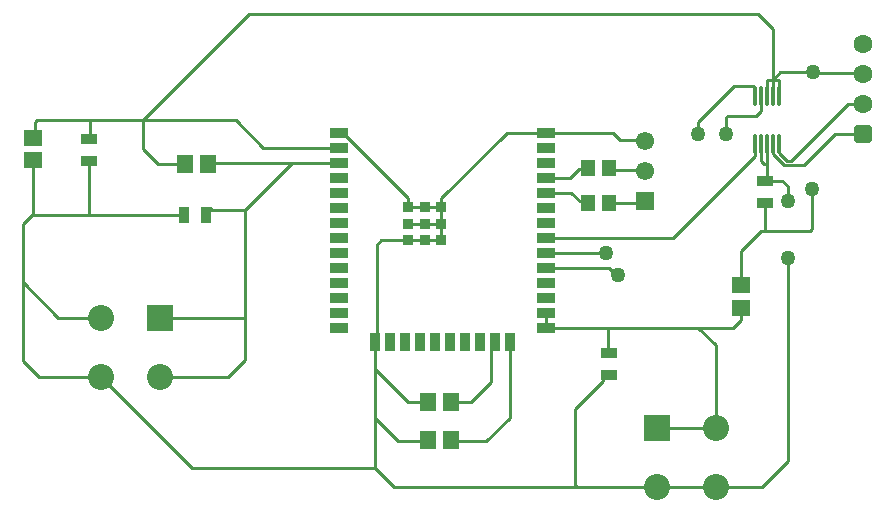
<source format=gtl>
G04*
G04 #@! TF.GenerationSoftware,Altium Limited,Altium Designer,24.9.1 (31)*
G04*
G04 Layer_Physical_Order=1*
G04 Layer_Color=255*
%FSLAX44Y44*%
%MOMM*%
G71*
G04*
G04 #@! TF.SameCoordinates,0B797857-0A8E-427F-998E-046D245C4392*
G04*
G04*
G04 #@! TF.FilePolarity,Positive*
G04*
G01*
G75*
%ADD15R,1.4000X0.9500*%
%ADD16R,1.4986X0.8890*%
%ADD17R,0.8890X1.4986*%
%ADD18R,0.8890X0.8890*%
%ADD19R,1.3549X1.5562*%
%ADD20R,0.9500X1.4000*%
%ADD21O,0.3000X1.7000*%
%ADD22R,1.5562X1.3549*%
%ADD23R,1.1500X1.4500*%
%ADD24R,1.5562X1.4546*%
%ADD29R,1.5500X1.5500*%
%ADD30C,1.5500*%
%ADD31R,2.2098X2.2098*%
%ADD32C,2.2098*%
%ADD33R,2.2098X2.2098*%
%ADD35C,0.2540*%
%ADD36C,1.6000*%
G04:AMPARAMS|DCode=37|XSize=1.6mm|YSize=1.6mm|CornerRadius=0.4mm|HoleSize=0mm|Usage=FLASHONLY|Rotation=90.000|XOffset=0mm|YOffset=0mm|HoleType=Round|Shape=RoundedRectangle|*
%AMROUNDEDRECTD37*
21,1,1.6000,0.8000,0,0,90.0*
21,1,0.8000,1.6000,0,0,90.0*
1,1,0.8000,0.4000,0.4000*
1,1,0.8000,0.4000,-0.4000*
1,1,0.8000,-0.4000,-0.4000*
1,1,0.8000,-0.4000,0.4000*
%
%ADD37ROUNDEDRECTD37*%
%ADD38C,1.2700*%
D15*
X652780Y285750D02*
D03*
Y304250D02*
D03*
X520700Y140250D02*
D03*
Y158750D02*
D03*
X80010Y339450D02*
D03*
Y320950D02*
D03*
D16*
X291960Y345170D02*
D03*
Y332470D02*
D03*
Y319770D02*
D03*
Y307070D02*
D03*
Y294370D02*
D03*
Y281670D02*
D03*
Y268970D02*
D03*
Y256270D02*
D03*
Y243570D02*
D03*
Y230870D02*
D03*
Y218170D02*
D03*
Y205470D02*
D03*
Y192770D02*
D03*
Y180070D02*
D03*
X466960D02*
D03*
Y192770D02*
D03*
Y205470D02*
D03*
Y218170D02*
D03*
Y230870D02*
D03*
Y243570D02*
D03*
Y256270D02*
D03*
Y268970D02*
D03*
Y281670D02*
D03*
Y294370D02*
D03*
Y307070D02*
D03*
Y319770D02*
D03*
Y332470D02*
D03*
Y345170D02*
D03*
D17*
X322310Y167570D02*
D03*
X335010D02*
D03*
X347710D02*
D03*
X360410D02*
D03*
X373110D02*
D03*
X385810D02*
D03*
X398510D02*
D03*
X411210D02*
D03*
X423910D02*
D03*
X436610D02*
D03*
D18*
X350460Y253970D02*
D03*
Y281970D02*
D03*
Y267970D02*
D03*
X378460Y253970D02*
D03*
X364460D02*
D03*
X378460Y267970D02*
D03*
Y281970D02*
D03*
X364460D02*
D03*
Y267970D02*
D03*
D19*
X161693Y318770D02*
D03*
X181206D02*
D03*
X367434Y116840D02*
D03*
X386946D02*
D03*
Y85090D02*
D03*
X367434D02*
D03*
D20*
X160930Y275590D02*
D03*
X179430D02*
D03*
D21*
X664050Y376100D02*
D03*
X659050D02*
D03*
X654050D02*
D03*
X649050D02*
D03*
X644050D02*
D03*
X664050Y335100D02*
D03*
X659050D02*
D03*
X654050D02*
D03*
X649050D02*
D03*
X644050D02*
D03*
D22*
X632460Y196850D02*
D03*
Y216363D02*
D03*
D23*
X503060Y285750D02*
D03*
X520560D02*
D03*
X503060Y314960D02*
D03*
X520560D02*
D03*
D24*
X33020Y340360D02*
D03*
Y321844D02*
D03*
D29*
X551180Y287020D02*
D03*
D30*
Y312420D02*
D03*
Y337820D02*
D03*
D31*
X560870Y95250D02*
D03*
D32*
Y45250D02*
D03*
X610870D02*
D03*
Y95250D02*
D03*
X90170Y188430D02*
D03*
Y138430D02*
D03*
X140170D02*
D03*
D33*
Y188430D02*
D03*
D35*
X529590Y339090D02*
X551180D01*
X671830Y293370D02*
Y299720D01*
X667300Y304250D02*
X671830Y299720D01*
X652780Y304250D02*
X667300D01*
X651728Y318552D02*
X653832D01*
X654050Y318770D02*
Y335100D01*
Y305520D02*
Y317500D01*
X649050Y321230D02*
X651728Y318552D01*
X649050Y321230D02*
Y335100D01*
X653832Y318552D02*
X654050Y318770D01*
X652780Y304250D02*
X654050Y305520D01*
X648970Y261620D02*
X652780D01*
Y285750D01*
X649770Y45250D02*
X671830Y67310D01*
Y238760D01*
X610870Y45250D02*
X649770D01*
X652780Y261620D02*
X690662D01*
X692150Y263108D01*
Y297180D01*
X694055Y395605D02*
X734695D01*
X735330Y394970D01*
X693420Y396240D02*
X694055Y395605D01*
X722630Y369570D02*
X735330D01*
X664050Y328100D02*
Y335100D01*
X712207Y344170D02*
X735330D01*
X674370Y321310D02*
X722630Y369570D01*
X685537Y317500D02*
X712207Y344170D01*
X665400Y396240D02*
X693420D01*
X664050Y328100D02*
X670840Y321310D01*
X491490Y111040D02*
X514970Y134520D01*
X491490Y46850D02*
Y111040D01*
X125730Y355600D02*
X215900Y445770D01*
X646430D02*
X659050Y433150D01*
X215900Y445770D02*
X646430D01*
X659050Y389890D02*
Y433150D01*
X560870Y95250D02*
X610870D01*
X548640Y285750D02*
X551180Y288290D01*
X520560Y285750D02*
X548640D01*
X502068Y287332D02*
X502990Y286410D01*
X487950Y294370D02*
X495528Y286792D01*
X502018D02*
X503060Y285750D01*
X495528Y286792D02*
X502018D01*
X521830Y313690D02*
X551180D01*
X523510Y345170D02*
X529590Y339090D01*
X502748Y314648D02*
X503060Y314960D01*
X466960Y345170D02*
X523510D01*
X434070D02*
X466960D01*
X295008D02*
X349250Y290928D01*
X181206Y318770D02*
X182206Y319770D01*
X181206Y316230D02*
Y316805D01*
X179430Y275590D02*
Y277840D01*
X182910Y281320D02*
X183231D01*
X179430Y277840D02*
X182910Y281320D01*
X181311Y279400D02*
X183231Y281320D01*
X364460Y281970D02*
X378460D01*
X349250Y290830D02*
Y290928D01*
Y290830D02*
X350460Y289620D01*
Y281970D02*
Y289620D01*
Y281970D02*
X364460D01*
X378460Y267970D02*
Y281970D01*
Y289560D01*
X364460Y267970D02*
X378460D01*
X350460D02*
X364460D01*
X291960Y345170D02*
X295008D01*
X182206Y319770D02*
X252460D01*
X291960D01*
X156614Y323850D02*
X161693Y318770D01*
X204470Y355600D02*
X227600Y332470D01*
X291960D01*
X520560Y314960D02*
X521830Y313690D01*
X378460Y289560D02*
X434070Y345170D01*
X494988Y314648D02*
X502748D01*
X466960Y307070D02*
X487410D01*
X494988Y314648D01*
X466960Y294370D02*
X487950D01*
X54140Y188430D02*
X90170D01*
X37882Y138212D02*
X38100Y138430D01*
X90170D01*
Y186690D02*
Y188430D01*
X34290Y341630D02*
Y354112D01*
X35778Y355600D01*
X80754D01*
Y340194D02*
Y355600D01*
X125730D01*
X33020Y276860D02*
Y321844D01*
X80010Y276860D02*
Y320950D01*
X24130Y218440D02*
X54140Y188430D01*
X31750Y275590D02*
X81280D01*
X24130Y151964D02*
Y218440D01*
X31750Y275590D02*
X33020Y276860D01*
X80010D02*
X81280Y275590D01*
X24130Y218440D02*
Y267970D01*
Y151964D02*
X37882Y138212D01*
X24130Y267970D02*
X31750Y275590D01*
X33020Y340360D02*
X34290Y341630D01*
X80010Y339450D02*
X80754Y340194D01*
X654050Y389890D02*
X659050D01*
X664050Y376100D02*
Y389730D01*
X659050Y376100D02*
Y389890D01*
X654050Y376100D02*
Y389890D01*
X663890D02*
X664050Y389730D01*
X659050Y389890D02*
X663890D01*
X649050Y363300D02*
Y376100D01*
X644050D02*
Y382976D01*
X659050Y389890D02*
X665400Y396240D01*
X364460Y253970D02*
X378460D01*
X350460D02*
X364460D01*
X378460D02*
Y267970D01*
X466960Y180070D02*
Y192770D01*
X138430Y318770D02*
X161693D01*
X212090Y279400D02*
X252460Y319770D01*
X181311Y279400D02*
X212090D01*
X125730Y331470D02*
Y355600D01*
Y331470D02*
X138430Y318770D01*
X125730Y355600D02*
X204470D01*
X595900Y180070D02*
X625840D01*
X575040Y256270D02*
X644050Y325280D01*
X625840Y180070D02*
X632460Y186690D01*
Y196850D01*
Y216363D02*
Y245110D01*
X648970Y261620D01*
X670840Y321310D02*
X674370D01*
X668937Y317500D02*
X685537D01*
X659138Y327299D02*
X668937Y317500D01*
X595630Y350520D02*
Y354330D01*
X619760Y350520D02*
Y357922D01*
X621248Y359410D01*
X645160D01*
X649050Y363300D01*
X626110Y384810D02*
X642215D01*
X644050Y382976D01*
X595630Y354330D02*
X626110Y384810D01*
X644050Y325280D02*
Y335100D01*
X659138Y327299D02*
Y335012D01*
X659050Y335100D02*
X659138Y335012D01*
X140170Y138430D02*
X198120D01*
X212090Y152400D01*
Y187960D01*
X140170Y188430D02*
X211620D01*
X212090Y187960D01*
X322310Y61230D02*
Y103140D01*
X493090Y45250D02*
X560870D01*
X610870D01*
X322310Y103140D02*
X341630Y83820D01*
X338290Y45250D02*
X493090D01*
X322310Y61230D02*
X338290Y45250D01*
X167370Y61230D02*
X322310D01*
X514970Y134520D02*
Y136770D01*
X519430Y160020D02*
X520700Y158750D01*
X519430Y160020D02*
Y180070D01*
X514970Y136770D02*
X518450Y140250D01*
X520700D01*
X466960Y256270D02*
X575040D01*
X466960Y243570D02*
X517890D01*
X520032Y230870D02*
X526112Y224790D01*
X528320D01*
X466960Y230870D02*
X520032D01*
X420735Y164395D02*
X423910Y167570D01*
X386946Y116840D02*
X403860D01*
X420735Y133715D01*
Y164395D01*
X436610Y103870D02*
Y167570D01*
X416560Y83820D02*
X436610Y103870D01*
X386946Y83820D02*
X416560D01*
X341630D02*
X363379D01*
X350520Y116840D02*
X361083D01*
X81280Y275590D02*
X160930D01*
X212090Y187960D02*
Y279400D01*
X90170Y138430D02*
X167370Y61230D01*
X322310Y145050D02*
X350520Y116840D01*
X322310Y145050D02*
Y167570D01*
Y103140D02*
Y145050D01*
X323850Y250190D02*
X327630Y253970D01*
X350460D01*
X323850Y169110D02*
Y250190D01*
X322310Y167570D02*
X323850Y169110D01*
X491490Y46850D02*
X493090Y45250D01*
X466960Y180070D02*
X519430D01*
X610870Y95250D02*
Y165100D01*
X595900Y180070D02*
X610870Y165100D01*
X519430Y180070D02*
X595900D01*
D36*
X735330Y420370D02*
D03*
Y394970D02*
D03*
Y369570D02*
D03*
D37*
Y344170D02*
D03*
D38*
X671830Y287020D02*
D03*
Y238760D02*
D03*
X692150Y297180D02*
D03*
X619760Y344170D02*
D03*
X595630D02*
D03*
X517890Y243570D02*
D03*
X528320Y224790D02*
D03*
X693420Y396240D02*
D03*
M02*

</source>
